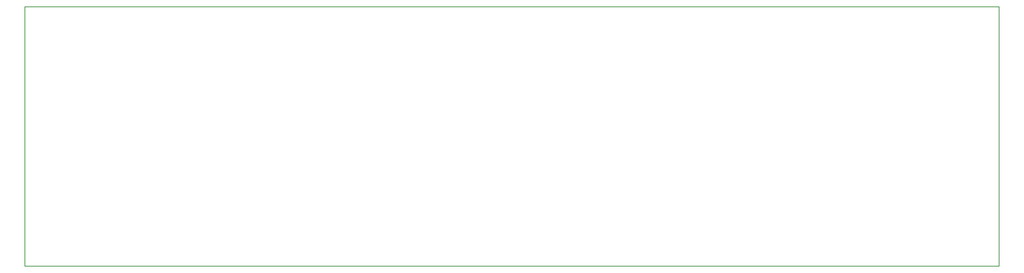
<source format=gbr>
%TF.GenerationSoftware,KiCad,Pcbnew,6.0.11+dfsg-1*%
%TF.CreationDate,2025-08-05T12:34:31+02:00*%
%TF.ProjectId,Kimera,4b696d65-7261-42e6-9b69-6361645f7063,rev?*%
%TF.SameCoordinates,Original*%
%TF.FileFunction,Profile,NP*%
%FSLAX46Y46*%
G04 Gerber Fmt 4.6, Leading zero omitted, Abs format (unit mm)*
G04 Created by KiCad (PCBNEW 6.0.11+dfsg-1) date 2025-08-05 12:34:31*
%MOMM*%
%LPD*%
G01*
G04 APERTURE LIST*
%TA.AperFunction,Profile*%
%ADD10C,0.100000*%
%TD*%
G04 APERTURE END LIST*
D10*
X88900000Y-86360000D02*
X203200000Y-86360000D01*
X203200000Y-86360000D02*
X203200000Y-116840000D01*
X203200000Y-116840000D02*
X88900000Y-116840000D01*
X88900000Y-116840000D02*
X88900000Y-86360000D01*
M02*

</source>
